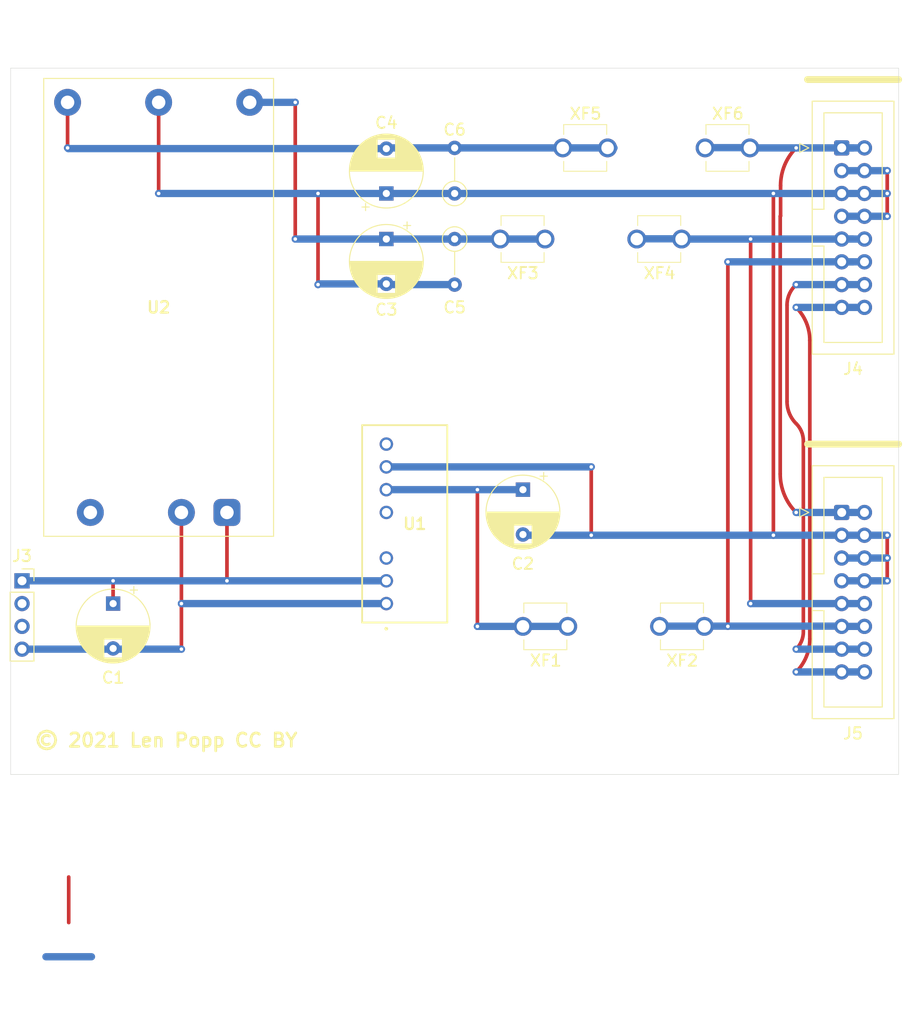
<source format=kicad_pcb>
(kicad_pcb (version 20211014) (generator pcbnew)
  (title_block (title "Eurorack Power Supply") (date "2024-07-15") (rev "1.2.1") (company "Len Popp") (comment 1 "Copyright © 2024 Len Popp CC BY") (comment 2 "Power supply with outputs +12 VDC, -12 VDC (1 A), +5 VDC (400 mA)") (comment 3 "Stripboard Layout"))
  (layers (0 "F.Cu" signal) (31 "B.Cu" signal) (34 "B.Paste" user) (35 "F.Paste" user) (36 "B.SilkS" user "B.Silkscreen") (37 "F.SilkS" user "F.Silkscreen") (38 "B.Mask" user) (39 "F.Mask" user) (44 "Edge.Cuts" user))
  (net 0 "")
  (net 1 "Net-(C1-Pad1)")
  (net 2 "GND")
  (net 3 "+5V")
  (net 4 "+12V")
  (net 5 "-12V")
  (net 6 "Net-(C2-Pad1)")
  (net 7 "Net-(C3-Pad1)")
  (net 8 "Net-(C4-Pad2)")
  (net 11 "Net-(J4-Pad13)")
  (net 12 "Net-(J4-Pad15)")
  (net 13 "Net-(C1-Pad2)")
  (footprint "Connector_PinSocket_2.54mm:PinSocket_1x04_P2.54mm_Vertical" (layer "F.Cu") (at 25.4 101.6)
    (fp_text reference "J3" (at 0 -2.77) (layer "F.SilkS") (effects (font (size 1.27 1.27) (thickness 0.2032))))
    (fp_text value "HDR_F")
    (pad "1" thru_hole rect locked (at 0 0) (size 1.7 1.7) (drill 1) (layers *.Cu *.Mask) (net 1 "Net-(C1-Pad1)"))
    (pad "2" thru_hole oval locked (at 0 2.54) (size 1.7 1.7) (drill 1) (layers *.Cu *.Mask))
    (pad "3" thru_hole oval locked (at 0 5.08) (size 1.7 1.7) (drill 1) (layers *.Cu *.Mask))
    (pad "4" thru_hole oval locked (at 0 7.62) (size 1.7 1.7) (drill 1) (layers *.Cu *.Mask) (net 13 "Net-(C1-Pad2)"))
  )
  (footprint "-lmp-synth:Converter_DCDC_CUI_PYBE30" (layer "F.Cu") (at 48.26 93.98 180)
    (fp_text reference "U2" (at 7.62 22.86) (layer "F.SilkS") (effects (font (size 1.27 1.27) (thickness 0.254))))
    (fp_text value "PYBE30-Q24-D12")
    (pad "1" thru_hole roundrect locked (at 0 0 180) (size 3 3) (drill 1.5) (layers *.Cu *.Mask) (net 1 "Net-(C1-Pad1)"))
    (pad "2" thru_hole circle locked (at 5.08 0 180) (size 3 3) (drill 1.5) (layers *.Cu *.Mask) (net 13 "Net-(C1-Pad2)"))
    (pad "3" thru_hole circle locked (at 15.24 0 180) (size 3 3) (drill 1.5) (layers *.Cu *.Mask))
    (pad "4" thru_hole circle locked (at 17.78 45.72 180) (size 3 3) (drill 1.5) (layers *.Cu *.Mask) (net 8 "Net-(C4-Pad2)"))
    (pad "5" thru_hole circle locked (at 7.62 45.72 180) (size 3 3) (drill 1.5) (layers *.Cu *.Mask) (net 2 "GND"))
    (pad "6" thru_hole circle locked (at -2.54 45.72 180) (size 3 3) (drill 1.5) (layers *.Cu *.Mask) (net 7 "Net-(C3-Pad1)"))
  )
  (footprint "-lmp-stripboard:SB_Gen_2" (layer "F.Cu") (at 73.66 63.5 -90)
    (fp_text reference "C5" (at 7.62 0 180) (layer "F.SilkS") (effects (font (size 1.27 1.27) (thickness 0.2032))))
    (fp_text value "100N")
    (pad "1" thru_hole circle locked (at 0 0 270) (size 1.6 1.6) (drill 0.8) (layers *.Cu *.Mask) (net 7 "Net-(C3-Pad1)"))
    (pad "2" thru_hole oval locked (at 5.08 0 270) (size 1.6 1.6) (drill 0.8) (layers *.Cu *.Mask) (net 2 "GND"))
  )
  (footprint "-lmp-synth:IDC-Header-Eurorack-16-TH" (layer "F.Cu") (at 116.84 93.98 180)
    (fp_text reference "J5" (at -1.27 -24.638) (layer "F.SilkS") (effects (font (size 1.27 1.27) (thickness 0.2032))))
    (fp_text value "Conn_Eurorack_Pwr_16")
    (pad "1" thru_hole roundrect locked (at 0 0) (size 1.7 1.7) (drill 1) (layers *.Cu *.Mask) (roundrect_rratio 0.147059) (net 5 "-12V"))
    (pad "2" thru_hole circle locked (at -2.54 0) (size 1.7 1.7) (drill 1) (layers *.Cu *.Mask) (net 5 "-12V"))
    (pad "3" thru_hole circle locked (at 0 -2.54) (size 1.7 1.7) (drill 1) (layers *.Cu *.Mask) (net 2 "GND"))
    (pad "4" thru_hole circle locked (at -2.54 -2.54) (size 1.7 1.7) (drill 1) (layers *.Cu *.Mask) (net 2 "GND"))
    (pad "5" thru_hole circle locked (at 0 -5.08) (size 1.7 1.7) (drill 1) (layers *.Cu *.Mask) (net 2 "GND"))
    (pad "6" thru_hole circle locked (at -2.54 -5.08) (size 1.7 1.7) (drill 1) (layers *.Cu *.Mask) (net 2 "GND"))
    (pad "7" thru_hole circle locked (at 0 -7.62) (size 1.7 1.7) (drill 1) (layers *.Cu *.Mask) (net 2 "GND"))
    (pad "8" thru_hole circle locked (at -2.54 -7.62) (size 1.7 1.7) (drill 1) (layers *.Cu *.Mask) (net 2 "GND"))
    (pad "9" thru_hole circle locked (at 0 -10.16) (size 1.7 1.7) (drill 1) (layers *.Cu *.Mask) (net 4 "+12V"))
    (pad "10" thru_hole circle locked (at -2.54 -10.16) (size 1.7 1.7) (drill 1) (layers *.Cu *.Mask) (net 4 "+12V"))
    (pad "11" thru_hole circle locked (at 0 -12.7) (size 1.7 1.7) (drill 1) (layers *.Cu *.Mask) (net 3 "+5V"))
    (pad "12" thru_hole circle locked (at -2.54 -12.7) (size 1.7 1.7) (drill 1) (layers *.Cu *.Mask) (net 3 "+5V"))
    (pad "13" thru_hole circle locked (at 0 -15.24) (size 1.7 1.7) (drill 1) (layers *.Cu *.Mask) (net 11 "Net-(J4-Pad13)"))
    (pad "14" thru_hole circle locked (at -2.54 -15.24) (size 1.7 1.7) (drill 1) (layers *.Cu *.Mask) (net 11 "Net-(J4-Pad13)"))
    (pad "15" thru_hole circle locked (at 0 -17.78) (size 1.7 1.7) (drill 1) (layers *.Cu *.Mask) (net 12 "Net-(J4-Pad15)"))
    (pad "16" thru_hole circle locked (at -2.54 -17.78) (size 1.7 1.7) (drill 1) (layers *.Cu *.Mask) (net 12 "Net-(J4-Pad15)"))
  )
  (footprint "Capacitor_THT:CP_Radial_D8.0mm_P5.00mm" (layer "F.Cu") (at 35.56 104.14 -90)
    (fp_text reference "C1" (at 8.255 0 180) (layer "F.SilkS") (effects (font (size 1.27 1.27) (thickness 0.2032))))
    (fp_text value "220U")
    (pad "1" thru_hole rect locked (at 0 0 270) (size 1.6 1.6) (drill 0.8) (layers *.Cu *.Mask) (net 1 "Net-(C1-Pad1)"))
    (pad "2" thru_hole circle locked (at 5 0 270) (size 1.6 1.6) (drill 0.8) (layers *.Cu *.Mask) (net 13 "Net-(C1-Pad2)"))
  )
  (footprint "-lmp-misc:FuseClip_D5mm_P5mm_52000001009" (layer "F.Cu") (at 78.74 63.5)
    (fp_text reference "XF3" (at 2.54 3.81) (layer "F.SilkS") (effects (font (size 1.27 1.27) (thickness 0.2032))))
    (fp_text value "CLIP" hide)
    (pad "1" thru_hole circle locked (at 5 0) (size 2.1 2.1) (drill 1.4) (layers *.Cu *.Mask) (net 7 "Net-(C3-Pad1)"))
    (pad "1" thru_hole circle locked (at 0 0) (size 2.1 2.1) (drill 1.4) (layers *.Cu *.Mask) (net 7 "Net-(C3-Pad1)"))
  )
  (footprint "-lmp-misc:FuseClip_D5mm_P5mm_52000001009" (layer "F.Cu") (at 85.725 53.34)
    (fp_text reference "XF5" (at 2.54 -3.81) (layer "F.SilkS") (effects (font (size 1.27 1.27) (thickness 0.2032))))
    (fp_text value "CLIP" hide)
    (pad "1" thru_hole circle locked (at 5 0) (size 2.1 2.1) (drill 1.4) (layers *.Cu *.Mask) (net 8 "Net-(C4-Pad2)"))
    (pad "1" thru_hole circle locked (at 0 0) (size 2.1 2.1) (drill 1.4) (layers *.Cu *.Mask) (net 8 "Net-(C4-Pad2)"))
  )
  (footprint "-lmp-misc:FuseClip_D5mm_P5mm_52000001009" (layer "F.Cu") (at 93.98 63.5)
    (fp_text reference "XF4" (at 2.54 3.81) (layer "F.SilkS") (effects (font (size 1.27 1.27) (thickness 0.2032))))
    (fp_text value "CLIP" hide)
    (pad "1" thru_hole circle locked (at 0 0) (size 2.1 2.1) (drill 1.4) (layers *.Cu *.Mask) (net 4 "+12V"))
    (pad "1" thru_hole circle locked (at 5 0) (size 2.1 2.1) (drill 1.4) (layers *.Cu *.Mask) (net 4 "+12V"))
  )
  (footprint "-lmp-misc:FuseClip_D5mm_P5mm_52000001009" (layer "F.Cu") (at 101.6 53.34)
    (fp_text reference "XF6" (at 2.54 -3.81) (layer "F.SilkS") (effects (font (size 1.27 1.27) (thickness 0.2032))))
    (fp_text value "CLIP" hide)
    (pad "1" thru_hole circle locked (at 5 0) (size 2.1 2.1) (drill 1.4) (layers *.Cu *.Mask) (net 5 "-12V"))
    (pad "1" thru_hole circle locked (at 0 0) (size 2.1 2.1) (drill 1.4) (layers *.Cu *.Mask) (net 5 "-12V"))
  )
  (footprint "-lmp-synth:Converter_DCDC_CUI_PRM3W" (layer "F.Cu") (at 66.04 104.14 90)
    (fp_text reference "U1" (at 8.89 3.175 180) (layer "F.SilkS") (effects (font (size 1.27 1.27) (thickness 0.254))))
    (fp_text value "PRM3W-E12-S5-S" hide)
    (pad "1" thru_hole circle locked (at 0 0 90) (size 1.5 1.5) (drill 1) (layers *.Cu *.Mask) (net 13 "Net-(C1-Pad2)"))
    (pad "2" thru_hole circle locked (at 2.54 0 90) (size 1.5 1.5) (drill 1) (layers *.Cu *.Mask) (net 1 "Net-(C1-Pad1)"))
    (pad "3" thru_hole circle locked (at 5.08 0 90) (size 1.5 1.5) (drill 1) (layers *.Cu *.Mask))
    (pad "5" thru_hole circle locked (at 10.16 0 90) (size 1.5 1.5) (drill 1) (layers *.Cu *.Mask))
    (pad "6" thru_hole circle locked (at 12.7 0 90) (size 1.5 1.5) (drill 1) (layers *.Cu *.Mask) (net 6 "Net-(C2-Pad1)"))
    (pad "7" thru_hole circle locked (at 15.24 0 90) (size 1.5 1.5) (drill 1) (layers *.Cu *.Mask) (net 2 "GND"))
    (pad "8" thru_hole circle locked (at 17.78 0 90) (size 1.5 1.5) (drill 1) (layers *.Cu *.Mask))
  )
  (footprint "-lmp-misc:FuseClip_D5mm_P5mm_52000001009" (layer "F.Cu") (at 96.52 106.68)
    (fp_text reference "XF2" (at 2.54 3.81) (layer "F.SilkS") (effects (font (size 1.27 1.27) (thickness 0.2032))))
    (fp_text value "CLIP" hide)
    (pad "1" thru_hole circle locked (at 5 0) (size 2.1 2.1) (drill 1.4) (layers *.Cu *.Mask) (net 3 "+5V"))
    (pad "1" thru_hole circle locked (at 0 0) (size 2.1 2.1) (drill 1.4) (layers *.Cu *.Mask) (net 3 "+5V"))
  )
  (footprint "Capacitor_THT:CP_Radial_D8.0mm_P5.00mm" (layer "F.Cu") (at 81.28 91.44 -90)
    (fp_text reference "C2" (at 8.255 0 180) (layer "F.SilkS") (effects (font (size 1.27 1.27) (thickness 0.2032))))
    (fp_text value "22U")
    (pad "1" thru_hole rect locked (at 0 0 270) (size 1.6 1.6) (drill 0.8) (layers *.Cu *.Mask) (net 6 "Net-(C2-Pad1)"))
    (pad "2" thru_hole circle locked (at 5 0 270) (size 1.6 1.6) (drill 0.8) (layers *.Cu *.Mask) (net 2 "GND"))
  )
  (footprint "Capacitor_THT:CP_Radial_D8.0mm_P5.00mm" (layer "F.Cu") (at 66.04 58.42 90)
    (fp_text reference "C4" (at 7.874 0 180) (layer "F.SilkS") (effects (font (size 1.27 1.27) (thickness 0.2032))))
    (fp_text value "220U")
    (pad "1" thru_hole rect locked (at 0 0 90) (size 1.6 1.6) (drill 0.8) (layers *.Cu *.Mask) (net 2 "GND"))
    (pad "2" thru_hole circle locked (at 5 0 90) (size 1.6 1.6) (drill 0.8) (layers *.Cu *.Mask) (net 8 "Net-(C4-Pad2)"))
  )
  (footprint "Capacitor_THT:CP_Radial_D8.0mm_P5.00mm" (layer "F.Cu") (at 66.04 63.5 -90)
    (fp_text reference "C3" (at 7.874 0 180) (layer "F.SilkS") (effects (font (size 1.27 1.27) (thickness 0.2032))))
    (fp_text value "220U")
    (pad "1" thru_hole rect locked (at 0 0 270) (size 1.6 1.6) (drill 0.8) (layers *.Cu *.Mask) (net 7 "Net-(C3-Pad1)"))
    (pad "2" thru_hole circle locked (at 5 0 270) (size 1.6 1.6) (drill 0.8) (layers *.Cu *.Mask) (net 2 "GND"))
  )
  (footprint "-lmp-stripboard:SB_Gen_2" (layer "F.Cu") (at 73.66 58.42 90)
    (fp_text reference "C6" (at 7.112 0 180) (layer "F.SilkS") (effects (font (size 1.27 1.27) (thickness 0.2032))))
    (fp_text value "100N")
    (pad "1" thru_hole circle locked (at 0 0 90) (size 1.6 1.6) (drill 0.8) (layers *.Cu *.Mask) (net 2 "GND"))
    (pad "2" thru_hole oval locked (at 5.08 0 90) (size 1.6 1.6) (drill 0.8) (layers *.Cu *.Mask) (net 8 "Net-(C4-Pad2)"))
  )
  (footprint "-lmp-misc:FuseClip_D5mm_P5mm_52000001009" (layer "F.Cu") (at 81.28 106.68)
    (fp_text reference "XF1" (at 2.54 3.81) (layer "F.SilkS") (effects (font (size 1.27 1.27) (thickness 0.2032))))
    (fp_text value "CLIP" hide)
    (pad "1" thru_hole circle locked (at 0 0) (size 2.1 2.1) (drill 1.4) (layers *.Cu *.Mask) (net 6 "Net-(C2-Pad1)"))
    (pad "1" thru_hole circle locked (at 5 0) (size 2.1 2.1) (drill 1.4) (layers *.Cu *.Mask) (net 6 "Net-(C2-Pad1)"))
  )
  (footprint "-lmp-synth:IDC-Header-Eurorack-16-TH" (layer "F.Cu") (at 116.84 53.34 180)
    (fp_text reference "J4" (at -1.27 -24.638) (layer "F.SilkS") (effects (font (size 1.27 1.27) (thickness 0.2032))))
    (fp_text value "Conn_Eurorack_Pwr_16")
    (pad "1" thru_hole roundrect locked (at 0 0) (size 1.7 1.7) (drill 1) (layers *.Cu *.Mask) (roundrect_rratio 0.147059) (net 5 "-12V"))
    (pad "2" thru_hole circle locked (at -2.54 0) (size 1.7 1.7) (drill 1) (layers *.Cu *.Mask) (net 5 "-12V"))
    (pad "3" thru_hole circle locked (at 0 -2.54) (size 1.7 1.7) (drill 1) (layers *.Cu *.Mask) (net 2 "GND"))
    (pad "4" thru_hole circle locked (at -2.54 -2.54) (size 1.7 1.7) (drill 1) (layers *.Cu *.Mask) (net 2 "GND"))
    (pad "5" thru_hole circle locked (at 0 -5.08) (size 1.7 1.7) (drill 1) (layers *.Cu *.Mask) (net 2 "GND"))
    (pad "6" thru_hole circle locked (at -2.54 -5.08) (size 1.7 1.7) (drill 1) (layers *.Cu *.Mask) (net 2 "GND"))
    (pad "7" thru_hole circle locked (at 0 -7.62) (size 1.7 1.7) (drill 1) (layers *.Cu *.Mask) (net 2 "GND"))
    (pad "8" thru_hole circle locked (at -2.54 -7.62) (size 1.7 1.7) (drill 1) (layers *.Cu *.Mask) (net 2 "GND"))
    (pad "9" thru_hole circle locked (at 0 -10.16) (size 1.7 1.7) (drill 1) (layers *.Cu *.Mask) (net 4 "+12V"))
    (pad "10" thru_hole circle locked (at -2.54 -10.16) (size 1.7 1.7) (drill 1) (layers *.Cu *.Mask) (net 4 "+12V"))
    (pad "11" thru_hole circle locked (at 0 -12.7) (size 1.7 1.7) (drill 1) (layers *.Cu *.Mask) (net 3 "+5V"))
    (pad "12" thru_hole circle locked (at -2.54 -12.7) (size 1.7 1.7) (drill 1) (layers *.Cu *.Mask) (net 3 "+5V"))
    (pad "13" thru_hole circle locked (at 0 -15.24) (size 1.7 1.7) (drill 1) (layers *.Cu *.Mask) (net 11 "Net-(J4-Pad13)"))
    (pad "14" thru_hole circle locked (at -2.54 -15.24) (size 1.7 1.7) (drill 1) (layers *.Cu *.Mask) (net 11 "Net-(J4-Pad13)"))
    (pad "15" thru_hole circle locked (at 0 -17.78) (size 1.7 1.7) (drill 1) (layers *.Cu *.Mask) (net 12 "Net-(J4-Pad15)"))
    (pad "16" thru_hole circle locked (at -2.54 -17.78) (size 1.7 1.7) (drill 1) (layers *.Cu *.Mask) (net 12 "Net-(J4-Pad15)"))
  )
  (gr_line (start 123.19 44.45) (end 24.13 44.45) (layer "Edge.Cuts") (width 0.05))
  (gr_line (start 24.13 123.19) (end 123.19 123.19) (layer "Edge.Cuts") (width 0.05))
  (gr_line (start 123.19 123.19) (end 123.19 44.45) (layer "Edge.Cuts") (width 0.05))
  (gr_line (start 24.13 44.45) (end 24.13 123.19) (layer "Edge.Cuts") (width 0.05))
  (gr_text "© 2021 Len Popp CC BY" (at 26.67 119.38) (layer "F.SilkS") (effects (font (size 1.5 1.5) (thickness 0.3)) (justify left)))
  (segment (start 30.607 134.62) (end 30.607 139.7) (width 0.4064) (layer "F.Cu") (net 0))
  (segment (start 28.067 143.51) (end 33.147 143.51) (width 0.8128) (layer "B.Cu") (net 0))
  (segment (start 35.56 104.14) (end 35.56 101.6) (width 0.4064) (layer "F.Cu") (net 1))
  (segment (start 48.26 93.98) (end 48.26 101.6) (width 0.4064) (layer "F.Cu") (net 1))
  (via (at 48.26 101.6) (size 0.8) (drill 0.4) (layers "F.Cu" "B.Cu") (net 1))
  (via (at 35.56 101.6) (size 0.8) (drill 0.4) (layers "F.Cu" "B.Cu") (net 1))
  (segment (start 25.4 101.6) (end 35.56 101.6) (width 0.8128) (layer "B.Cu") (net 1))
  (segment (start 35.56 101.6) (end 48.26 101.6) (width 0.8128) (layer "B.Cu") (net 1))
  (segment (start 48.26 101.6) (end 66.04 101.6) (width 0.8128) (layer "B.Cu") (net 1))
  (segment (start 121.92 58.42) (end 121.92 60.96) (width 0.4064) (layer "F.Cu") (net 2))
  (segment (start 121.92 99.06) (end 121.92 101.6) (width 0.4064) (layer "F.Cu") (net 2))
  (segment (start 109.22 58.42) (end 109.22 96.52) (width 0.4064) (layer "F.Cu") (net 2))
  (segment (start 58.42 68.58) (end 58.42 58.42) (width 0.4064) (layer "F.Cu") (net 2))
  (segment (start 121.92 96.52) (end 121.92 99.06) (width 0.4064) (layer "F.Cu") (net 2))
  (segment (start 40.64 48.26) (end 40.64 58.42) (width 0.4064) (layer "F.Cu") (net 2))
  (segment (start 121.92 55.88) (end 121.92 58.42) (width 0.4064) (layer "F.Cu") (net 2))
  (segment (start 88.9 88.9) (end 88.9 96.52) (width 0.4064) (layer "F.Cu") (net 2))
  (via (at 109.22 96.52) (size 0.8) (drill 0.4) (layers "F.Cu" "B.Cu") (net 2))
  (via (at 109.22 58.42) (size 0.8) (drill 0.4) (layers "F.Cu" "B.Cu") (net 2))
  (via (at 40.64 58.42) (size 0.8) (drill 0.4) (layers "F.Cu" "B.Cu") (net 2))
  (via (at 88.9 88.9) (size 0.8) (drill 0.4) (layers "F.Cu" "B.Cu") (net 2))
  (via (at 121.92 101.6) (size 0.8) (drill 0.4) (layers "F.Cu" "B.Cu") (net 2))
  (via (at 121.92 55.88) (size 0.8) (drill 0.4) (layers "F.Cu" "B.Cu") (net 2))
  (via (at 58.42 58.42) (size 0.8) (drill 0.4) (layers "F.Cu" "B.Cu") (net 2))
  (via (at 121.92 99.06) (size 0.8) (drill 0.4) (layers "F.Cu" "B.Cu") (net 2))
  (via (at 121.92 96.52) (size 0.8) (drill 0.4) (layers "F.Cu" "B.Cu") (net 2))
  (via (at 88.9 96.52) (size 0.8) (drill 0.4) (layers "F.Cu" "B.Cu") (net 2))
  (via (at 121.92 60.96) (size 0.8) (drill 0.4) (layers "F.Cu" "B.Cu") (net 2))
  (via (at 58.42 68.58) (size 0.8) (drill 0.4) (layers "F.Cu" "B.Cu") (net 2))
  (via (at 121.92 58.42) (size 0.8) (drill 0.4) (layers "F.Cu" "B.Cu") (net 2))
  (segment (start 116.84 101.6) (end 119.38 101.6) (width 0.8128) (layer "B.Cu") (net 2))
  (segment (start 116.84 99.06) (end 119.38 99.06) (width 0.8128) (layer "B.Cu") (net 2))
  (segment (start 116.84 55.88) (end 119.38 55.88) (width 0.8128) (layer "B.Cu") (net 2))
  (segment (start 116.84 96.52) (end 119.38 96.52) (width 0.8128) (layer "B.Cu") (net 2))
  (segment (start 116.84 60.96) (end 119.38 60.96) (width 0.8128) (layer "B.Cu") (net 2))
  (segment (start 116.84 58.42) (end 119.38 58.42) (width 0.8128) (layer "B.Cu") (net 2))
  (segment (start 109.22 58.42) (end 116.84 58.42) (width 0.8128) (layer "B.Cu") (net 2))
  (segment (start 119.38 96.52) (end 121.92 96.52) (width 0.8128) (layer "B.Cu") (net 2))
  (segment (start 109.22 96.52) (end 81.36 96.52) (width 0.8128) (layer "B.Cu") (net 2))
  (segment (start 66.04 68.5) (end 58.5 68.5) (width 0.8128) (layer "B.Cu") (net 2))
  (segment (start 119.38 99.06) (end 121.92 99.06) (width 0.8128) (layer "B.Cu") (net 2))
  (segment (start 58.5 68.5) (end 58.42 68.58) (width 0.8128) (layer "B.Cu") (net 2))
  (segment (start 73.66 68.58) (end 66.12 68.58) (width 0.8128) (layer "B.Cu") (net 2))
  (segment (start 119.38 58.42) (end 121.92 58.42) (width 0.8128) (layer "B.Cu") (net 2))
  (segment (start 81.36 96.52) (end 81.28 96.44) (width 0.8128) (layer "B.Cu") (net 2))
  (segment (start 66.04 58.42) (end 73.66 58.42) (width 0.8128) (layer "B.Cu") (net 2))
  (segment (start 119.38 60.96) (end 121.92 60.96) (width 0.8128) (layer "B.Cu") (net 2))
  (segment (start 66.04 88.9) (end 88.9 88.9) (width 0.8128) (layer "B.Cu") (net 2))
  (segment (start 66.04 58.42) (end 58.42 58.42) (width 0.8128) (layer "B.Cu") (net 2))
  (segment (start 58.42 58.42) (end 40.64 58.42) (width 0.8128) (layer "B.Cu") (net 2))
  (segment (start 116.84 96.52) (end 109.22 96.52) (width 0.8128) (layer "B.Cu") (net 2))
  (segment (start 66.12 68.58) (end 66.04 68.5) (width 0.8128) (layer "B.Cu") (net 2))
  (segment (start 119.38 101.6) (end 121.92 101.6) (width 0.8128) (layer "B.Cu") (net 2))
  (segment (start 73.66 58.42) (end 109.22 58.42) (width 0.8128) (layer "B.Cu") (net 2))
  (segment (start 119.38 55.88) (end 121.92 55.88) (width 0.8128) (layer "B.Cu") (net 2))
  (segment (start 104.14 106.6546) (end 104.14 66.04) (width 0.4064) (layer "F.Cu") (net 3))
  (via (at 104.14 106.68) (size 0.8) (drill 0.4) (layers "F.Cu" "B.Cu") (net 3))
  (via (at 104.14 66.04) (size 0.8) (drill 0.4) (layers "F.Cu" "B.Cu") (net 3))
  (segment (start 116.84 106.68) (end 119.38 106.68) (width 0.8128) (layer "B.Cu") (net 3))
  (segment (start 109.22 66.04) (end 118.11 66.04) (width 0.8128) (layer "B.Cu") (net 3))
  (segment (start 116.84 66.04) (end 119.38 66.04) (width 0.8128) (layer "B.Cu") (net 3))
  (segment (start 96.52 106.6546) (end 101.6 106.6546) (width 0.8128) (layer "B.Cu") (net 3))
  (segment (start 116.84 106.68) (end 116.8146 106.6546) (width 0.8128) (layer "B.Cu") (net 3))
  (segment (start 104.14 66.04) (end 109.22 66.04) (width 0.8128) (layer "B.Cu") (net 3))
  (segment (start 116.8146 106.6546) (end 101.5454 106.6546) (width 0.8128) (layer "B.Cu") (net 3))
  (segment (start 101.5454 106.6546) (end 101.52 106.68) (width 0.8128) (layer "B.Cu") (net 3))
  (segment (start 106.68 63.5) (end 106.68 104.14) (width 0.4064) (layer "F.Cu") (net 4))
  (via (at 106.68 104.14) (size 0.8) (drill 0.4) (layers "F.Cu" "B.Cu") (net 4))
  (via (at 106.68 63.5) (size 0.8) (drill 0.4) (layers "F.Cu" "B.Cu") (net 4))
  (segment (start 116.84 104.14) (end 119.38 104.14) (width 0.8128) (layer "B.Cu") (net 4))
  (segment (start 116.84 63.5) (end 119.38 63.5) (width 0.8128) (layer "B.Cu") (net 4))
  (segment (start 106.68 63.5) (end 99.0854 63.5) (width 0.8128) (layer "B.Cu") (net 4))
  (segment (start 99.06 63.4746) (end 93.98 63.4746) (width 0.8128) (layer "B.Cu") (net 4))
  (segment (start 118.11 63.5) (end 106.68 63.5) (width 0.8128) (layer "B.Cu") (net 4))
  (segment (start 99.0854 63.5) (end 99.06 63.4746) (width 0.8128) (layer "B.Cu") (net 4))
  (segment (start 106.68 104.14) (end 116.84 104.14) (width 0.8128) (layer "B.Cu") (net 4))
  (segment (start 109.982 60.96) (end 109.982 89.687529) (width 0.4064) (layer "F.Cu") (net 5))
  (segment (start 109.982 60.96) (end 110.0232 60.9188) (width 0.4064) (layer "F.Cu") (net 5))
  (segment (start 110.0232 60.9188) (end 110.0232 57.533006) (width 0.4064) (layer "F.Cu") (net 5))
  (via (at 111.76 53.34) (size 0.8) (drill 0.4) (layers "F.Cu" "B.Cu") (net 5))
  (via (at 111.76 93.98) (size 0.8) (drill 0.4) (layers "F.Cu" "B.Cu") (net 5))
  (arc (start 109.982 89.687529) (mid 110.444087 92.010597) (end 111.76 93.98) (width 0.4064) (layer "F.Cu") (net 5))
  (arc (start 110.0232 57.533006) (mid 110.47458 55.263768) (end 111.76 53.34) (width 0.4064) (layer "F.Cu") (net 5))
  (segment (start 116.84 53.34) (end 119.38 53.34) (width 0.8128) (layer "B.Cu") (net 5))
  (segment (start 116.84 93.98) (end 119.38 93.98) (width 0.8128) (layer "B.Cu") (net 5))
  (segment (start 111.76 53.34) (end 106.7054 53.34) (width 0.8128) (layer "B.Cu") (net 5))
  (segment (start 111.76 93.98) (end 116.84 93.98) (width 0.8128) (layer "B.Cu") (net 5))
  (segment (start 106.68 53.3146) (end 101.6 53.3146) (width 0.8128) (layer "B.Cu") (net 5))
  (segment (start 118.11 53.34) (end 111.76 53.34) (width 0.8128) (layer "B.Cu") (net 5))
  (segment (start 106.7054 53.34) (end 106.68 53.3146) (width 0.8128) (layer "B.Cu") (net 5))
  (segment (start 76.2 106.68) (end 76.2 91.44) (width 0.4064) (layer "F.Cu") (net 6))
  (via (at 76.2 106.68) (size 0.8) (drill 0.4) (layers "F.Cu" "B.Cu") (net 6))
  (via (at 76.2 91.44) (size 0.8) (drill 0.4) (layers "F.Cu" "B.Cu") (net 6))
  (segment (start 86.36 106.68) (end 81.28 106.68) (width 0.8128) (layer "B.Cu") (net 6))
  (segment (start 81.28 91.44) (end 66.04 91.44) (width 0.8128) (layer "B.Cu") (net 6))
  (segment (start 81.28 106.68) (end 76.2 106.68) (width 0.8128) (layer "B.Cu") (net 6))
  (segment (start 55.88 63.5) (end 55.88 48.26) (width 0.4064) (layer "F.Cu") (net 7))
  (via (at 55.88 48.26) (size 0.8) (drill 0.4) (layers "F.Cu" "B.Cu") (net 7))
  (via (at 55.88 63.5) (size 0.8) (drill 0.4) (layers "F.Cu" "B.Cu") (net 7))
  (segment (start 50.8 48.26) (end 55.88 48.26) (width 0.8128) (layer "B.Cu") (net 7))
  (segment (start 66.04 63.5) (end 55.88 63.5) (width 0.8128) (layer "B.Cu") (net 7))
  (segment (start 78.74 63.5) (end 73.66 63.5) (width 0.8128) (layer "B.Cu") (net 7))
  (segment (start 83.82 63.5) (end 78.74 63.5) (width 0.8128) (layer "B.Cu") (net 7))
  (segment (start 73.66 63.5) (end 66.04 63.5) (width 0.8128) (layer "B.Cu") (net 7))
  (segment (start 30.48 53.34) (end 30.48 48.26) (width 0.4064) (layer "F.Cu") (net 8))
  (via (at 30.48 53.34) (size 0.8) (drill 0.4) (layers "F.Cu" "B.Cu") (net 8))
  (segment (start 66.12 53.34) (end 66.04 53.42) (width 0.8128) (layer "B.Cu") (net 8))
  (segment (start 73.66 53.34) (end 66.12 53.34) (width 0.8128) (layer "B.Cu") (net 8))
  (segment (start 66.04 53.42) (end 30.56 53.42) (width 0.8128) (layer "B.Cu") (net 8))
  (segment (start 30.56 53.42) (end 30.48 53.34) (width 0.8128) (layer "B.Cu") (net 8))
  (segment (start 86.36 53.34) (end 73.66 53.34) (width 0.8128) (layer "B.Cu") (net 8))
  (segment (start 91.44 53.34) (end 86.36 53.34) (width 0.8128) (layer "B.Cu") (net 8))
  (segment (start 110.744 70.866) (end 110.744 81.62116) (width 0.4064) (layer "F.Cu") (net 11))
  (segment (start 112.5632 86.013096) (end 112.5632 107.280904) (width 0.4064) (layer "F.Cu") (net 11))
  (segment (start 111.76 68.58) (end 111.642026 68.697974) (width 0.4064) (layer "F.Cu") (net 11))
  (via (at 111.76 109.22) (size 0.8) (drill 0.4) (layers "F.Cu" "B.Cu") (net 11))
  (via (at 111.76 68.58) (size 0.8) (drill 0.4) (layers "F.Cu" "B.Cu") (net 11))
  (arc (start 110.744 81.62116) (mid 111.00805 82.948628) (end 111.76 84.074) (width 0.4064) (layer "F.Cu") (net 11))
  (arc (start 112.5632 107.280904) (mid 112.354455 108.330335) (end 111.76 109.22) (width 0.4064) (layer "F.Cu") (net 11))
  (arc (start 111.76 84.074) (mid 112.354455 84.963665) (end 112.5632 86.013096) (width 0.4064) (layer "F.Cu") (net 11))
  (arc (start 111.642026 68.697974) (mid 110.977389 69.692672) (end 110.744 70.866) (width 0.4064) (layer "F.Cu") (net 11))
  (segment (start 116.84 68.58) (end 111.76 68.58) (width 0.8128) (layer "B.Cu") (net 11))
  (segment (start 116.84 109.22) (end 119.38 109.22) (width 0.8128) (layer "B.Cu") (net 11))
  (segment (start 116.84 68.58) (end 119.38 68.58) (width 0.8128) (layer "B.Cu") (net 11))
  (segment (start 116.84 109.22) (end 111.76 109.22) (width 0.8128) (layer "B.Cu") (net 11))
  (segment (start 113.284 108.080739) (end 113.284 74.799261) (width 0.4064) (layer "F.Cu") (net 12))
  (via (at 111.76 111.76) (size 0.8) (drill 0.4) (layers "F.Cu" "B.Cu") (net 12))
  (via (at 111.76 71.12) (size 0.8) (drill 0.4) (layers "F.Cu" "B.Cu") (net 12))
  (arc (start 113.284 74.799261) (mid 112.887925 72.808059) (end 111.76 71.12) (width 0.4064) (layer "F.Cu") (net 12))
  (arc (start 111.76 111.76) (mid 112.887925 110.071941) (end 113.284 108.080739) (width 0.4064) (layer "F.Cu") (net 12))
  (segment (start 116.84 71.12) (end 119.38 71.12) (width 0.8128) (layer "B.Cu") (net 12))
  (segment (start 116.84 71.12) (end 111.76 71.12) (width 0.8128) (layer "B.Cu") (net 12))
  (segment (start 116.84 111.76) (end 119.38 111.76) (width 0.8128) (layer "B.Cu") (net 12))
  (segment (start 116.84 111.76) (end 111.76 111.76) (width 0.8128) (layer "B.Cu") (net 12))
  (segment (start 43.18 93.98) (end 43.18 104.14) (width 0.4064) (layer "F.Cu") (net 13))
  (segment (start 43.18 104.14) (end 43.18 109.22) (width 0.4064) (layer "F.Cu") (net 13))
  (via (at 43.18 104.14) (size 0.8) (drill 0.4) (layers "F.Cu" "B.Cu") (net 13))
  (via (at 43.18 109.22) (size 0.8) (drill 0.4) (layers "F.Cu" "B.Cu") (net 13))
  (segment (start 25.4 109.22) (end 35.48 109.22) (width 0.8128) (layer "B.Cu") (net 13))
  (segment (start 43.18 109.22) (end 35.64 109.22) (width 0.8128) (layer "B.Cu") (net 13))
  (segment (start 35.48 109.22) (end 35.56 109.14) (width 0.8128) (layer "B.Cu") (net 13))
  (segment (start 35.64 109.22) (end 35.56 109.14) (width 0.8128) (layer "B.Cu") (net 13))
  (segment (start 66.04 104.14) (end 43.18 104.14) (width 0.8128) (layer "B.Cu") (net 13))
)
</source>
